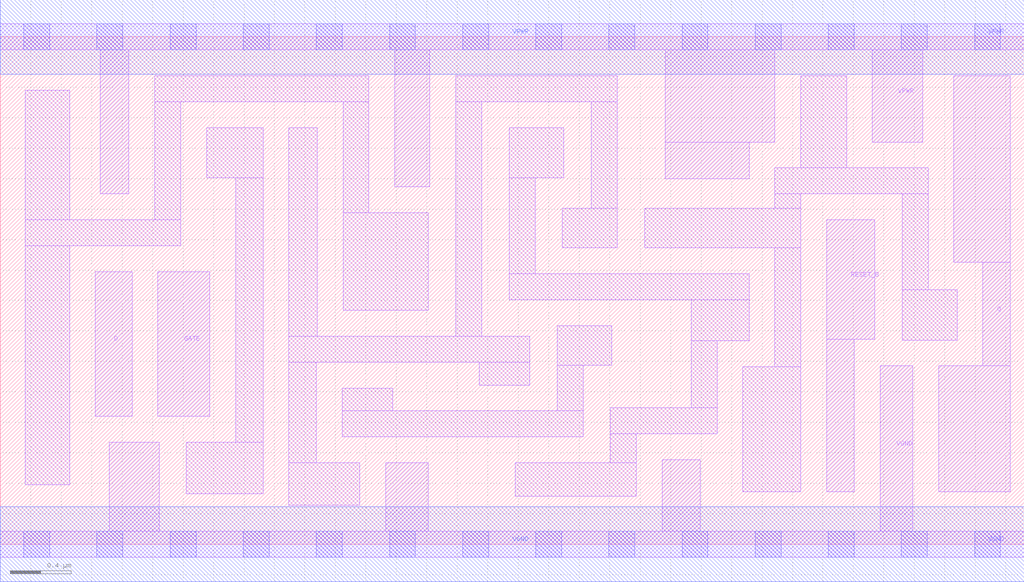
<source format=lef>
# Copyright 2020 The SkyWater PDK Authors
#
# Licensed under the Apache License, Version 2.0 (the "License");
# you may not use this file except in compliance with the License.
# You may obtain a copy of the License at
#
#     https://www.apache.org/licenses/LICENSE-2.0
#
# Unless required by applicable law or agreed to in writing, software
# distributed under the License is distributed on an "AS IS" BASIS,
# WITHOUT WARRANTIES OR CONDITIONS OF ANY KIND, either express or implied.
# See the License for the specific language governing permissions and
# limitations under the License.
#
# SPDX-License-Identifier: Apache-2.0

VERSION 5.7 ;
  NAMESCASESENSITIVE ON ;
  NOWIREEXTENSIONATPIN ON ;
  DIVIDERCHAR "/" ;
  BUSBITCHARS "[]" ;
UNITS
  DATABASE MICRONS 200 ;
END UNITS
MACRO sky130_fd_sc_lp__dlrtp_1
  CLASS CORE ;
  SOURCE USER ;
  FOREIGN sky130_fd_sc_lp__dlrtp_1 ;
  ORIGIN  0.000000  0.000000 ;
  SIZE  6.720000 BY  3.330000 ;
  SYMMETRY X Y R90 ;
  SITE unit ;
  PIN D
    ANTENNAGATEAREA  0.159000 ;
    DIRECTION INPUT ;
    USE SIGNAL ;
    PORT
      LAYER li1 ;
        RECT 0.625000 0.840000 0.865000 1.790000 ;
    END
  END D
  PIN Q
    ANTENNADIFFAREA  0.556500 ;
    DIRECTION OUTPUT ;
    USE SIGNAL ;
    PORT
      LAYER li1 ;
        RECT 6.160000 0.345000 6.630000 1.170000 ;
        RECT 6.260000 1.850000 6.630000 3.075000 ;
        RECT 6.450000 1.170000 6.630000 1.850000 ;
    END
  END Q
  PIN RESET_B
    ANTENNAGATEAREA  0.315000 ;
    DIRECTION INPUT ;
    USE SIGNAL ;
    PORT
      LAYER li1 ;
        RECT 5.425000 0.345000 5.605000 1.345000 ;
        RECT 5.425000 1.345000 5.740000 2.130000 ;
    END
  END RESET_B
  PIN GATE
    ANTENNAGATEAREA  0.159000 ;
    DIRECTION INPUT ;
    USE CLOCK ;
    PORT
      LAYER li1 ;
        RECT 1.035000 0.840000 1.375000 1.790000 ;
    END
  END GATE
  PIN VGND
    DIRECTION INOUT ;
    USE GROUND ;
    PORT
      LAYER li1 ;
        RECT 0.000000 -0.085000 6.720000 0.085000 ;
        RECT 0.715000  0.085000 1.045000 0.670000 ;
        RECT 2.530000  0.085000 2.810000 0.535000 ;
        RECT 4.345000  0.085000 4.595000 0.555000 ;
        RECT 5.775000  0.085000 5.990000 1.170000 ;
      LAYER mcon ;
        RECT 0.155000 -0.085000 0.325000 0.085000 ;
        RECT 0.635000 -0.085000 0.805000 0.085000 ;
        RECT 1.115000 -0.085000 1.285000 0.085000 ;
        RECT 1.595000 -0.085000 1.765000 0.085000 ;
        RECT 2.075000 -0.085000 2.245000 0.085000 ;
        RECT 2.555000 -0.085000 2.725000 0.085000 ;
        RECT 3.035000 -0.085000 3.205000 0.085000 ;
        RECT 3.515000 -0.085000 3.685000 0.085000 ;
        RECT 3.995000 -0.085000 4.165000 0.085000 ;
        RECT 4.475000 -0.085000 4.645000 0.085000 ;
        RECT 4.955000 -0.085000 5.125000 0.085000 ;
        RECT 5.435000 -0.085000 5.605000 0.085000 ;
        RECT 5.915000 -0.085000 6.085000 0.085000 ;
        RECT 6.395000 -0.085000 6.565000 0.085000 ;
      LAYER met1 ;
        RECT 0.000000 -0.245000 6.720000 0.245000 ;
    END
  END VGND
  PIN VPWR
    DIRECTION INOUT ;
    USE POWER ;
    PORT
      LAYER li1 ;
        RECT 0.000000 3.245000 6.720000 3.415000 ;
        RECT 0.655000 2.300000 0.845000 3.245000 ;
        RECT 2.590000 2.345000 2.820000 3.245000 ;
        RECT 4.365000 2.400000 4.915000 2.640000 ;
        RECT 4.365000 2.640000 5.085000 3.245000 ;
        RECT 5.725000 2.640000 6.055000 3.245000 ;
      LAYER mcon ;
        RECT 0.155000 3.245000 0.325000 3.415000 ;
        RECT 0.635000 3.245000 0.805000 3.415000 ;
        RECT 1.115000 3.245000 1.285000 3.415000 ;
        RECT 1.595000 3.245000 1.765000 3.415000 ;
        RECT 2.075000 3.245000 2.245000 3.415000 ;
        RECT 2.555000 3.245000 2.725000 3.415000 ;
        RECT 3.035000 3.245000 3.205000 3.415000 ;
        RECT 3.515000 3.245000 3.685000 3.415000 ;
        RECT 3.995000 3.245000 4.165000 3.415000 ;
        RECT 4.475000 3.245000 4.645000 3.415000 ;
        RECT 4.955000 3.245000 5.125000 3.415000 ;
        RECT 5.435000 3.245000 5.605000 3.415000 ;
        RECT 5.915000 3.245000 6.085000 3.415000 ;
        RECT 6.395000 3.245000 6.565000 3.415000 ;
      LAYER met1 ;
        RECT 0.000000 3.085000 6.720000 3.575000 ;
    END
  END VPWR
  OBS
    LAYER li1 ;
      RECT 0.165000 0.390000 0.455000 1.960000 ;
      RECT 0.165000 1.960000 1.185000 2.130000 ;
      RECT 0.165000 2.130000 0.455000 2.980000 ;
      RECT 1.015000 2.130000 1.185000 2.905000 ;
      RECT 1.015000 2.905000 2.420000 3.075000 ;
      RECT 1.220000 0.330000 1.725000 0.670000 ;
      RECT 1.355000 2.405000 1.725000 2.735000 ;
      RECT 1.545000 0.670000 1.725000 2.405000 ;
      RECT 1.895000 0.255000 2.360000 0.535000 ;
      RECT 1.895000 0.535000 2.075000 1.195000 ;
      RECT 1.895000 1.195000 3.475000 1.365000 ;
      RECT 1.895000 1.365000 2.080000 2.735000 ;
      RECT 2.245000 0.705000 3.825000 0.875000 ;
      RECT 2.245000 0.875000 2.575000 1.025000 ;
      RECT 2.250000 1.535000 2.810000 2.175000 ;
      RECT 2.250000 2.175000 2.420000 2.905000 ;
      RECT 2.990000 1.365000 3.160000 2.905000 ;
      RECT 2.990000 2.905000 4.050000 3.075000 ;
      RECT 3.145000 1.045000 3.475000 1.195000 ;
      RECT 3.340000 1.605000 4.915000 1.775000 ;
      RECT 3.340000 1.775000 3.510000 2.405000 ;
      RECT 3.340000 2.405000 3.700000 2.735000 ;
      RECT 3.380000 0.315000 4.175000 0.535000 ;
      RECT 3.655000 0.875000 3.825000 1.175000 ;
      RECT 3.655000 1.175000 4.015000 1.435000 ;
      RECT 3.690000 1.945000 4.050000 2.205000 ;
      RECT 3.880000 2.205000 4.050000 2.905000 ;
      RECT 4.005000 0.535000 4.175000 0.725000 ;
      RECT 4.005000 0.725000 4.705000 0.895000 ;
      RECT 4.230000 1.945000 5.255000 2.205000 ;
      RECT 4.535000 0.895000 4.705000 1.335000 ;
      RECT 4.535000 1.335000 4.915000 1.605000 ;
      RECT 4.875000 0.345000 5.255000 1.165000 ;
      RECT 5.085000 1.165000 5.255000 1.945000 ;
      RECT 5.085000 2.205000 5.255000 2.300000 ;
      RECT 5.085000 2.300000 6.090000 2.470000 ;
      RECT 5.255000 2.470000 5.555000 3.075000 ;
      RECT 5.920000 1.340000 6.280000 1.670000 ;
      RECT 5.920000 1.670000 6.090000 2.300000 ;
  END
END sky130_fd_sc_lp__dlrtp_1

</source>
